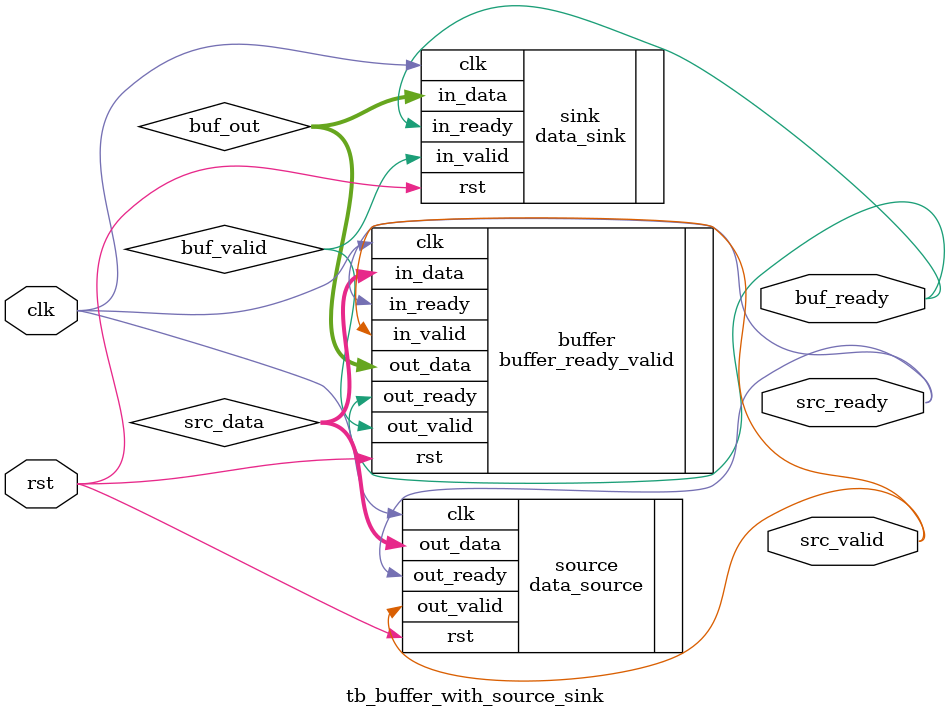
<source format=v>
`timescale 1ns / 1ps

module tb_buffer_with_source_sink
(
    input rst,
    input clk,
    output src_valid,
    output src_ready,
    output buf_ready
);
    parameter DATA_WIDTH = 8;

    // reg clk;
    // reg rst;

    wire [DATA_WIDTH-1:0] src_data;
    wire src_valid;
    wire src_ready;

    wire [DATA_WIDTH-1:0] buf_out;
    wire buf_valid;
    wire buf_ready;

    // Instantiate clock
    // initial clk = 0;
    // always #5 clk = ~clk;

    // DUT: Buffer
    buffer_ready_valid buffer (
        .clk(clk),
        .rst(rst),
        .in_data(src_data),
        .in_valid(src_valid),
        .in_ready(src_ready),
        .out_data(buf_out),
        .out_valid(buf_valid),
        .out_ready(buf_ready)
    );

    // Source
    data_source source (
        .clk(clk),
        .rst(rst),
        .out_data(src_data),
        .out_valid(src_valid),
        .out_ready(src_ready)
    );

    // Sink
    data_sink sink (
        .clk(clk),
        .rst(rst),
        .in_data(buf_out),
        .in_valid(buf_valid),
        .in_ready(buf_ready)
    );

    // Test sequence
    // initial begin
        // rst = 1;
        // #12 rst = 0;
        // #100 $finish;
    // end
endmodule

</source>
